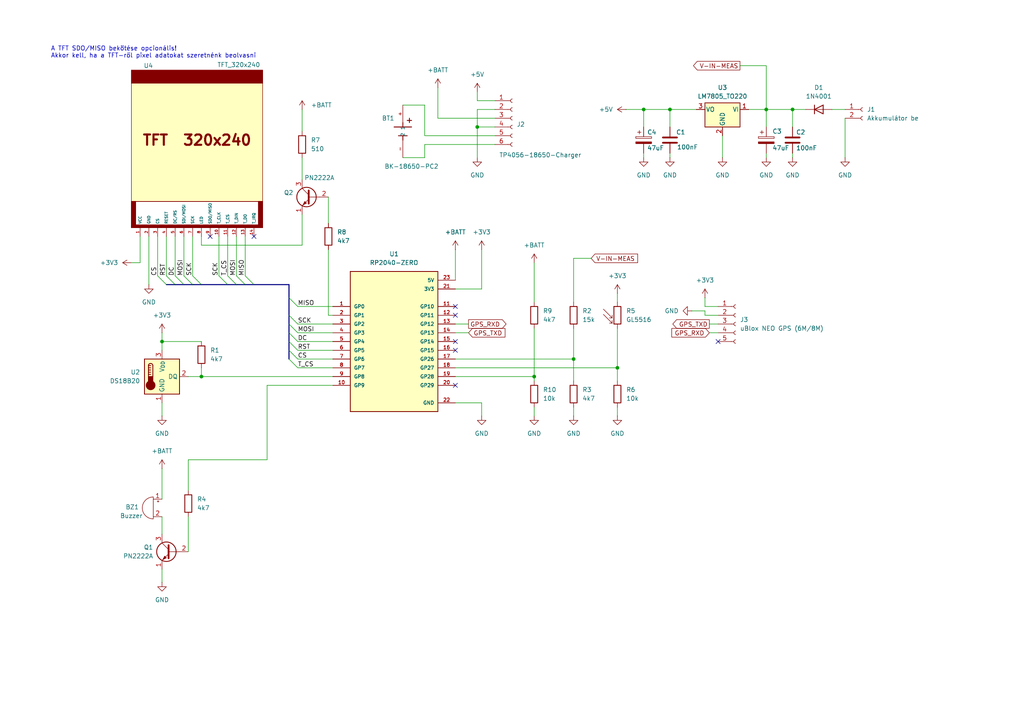
<source format=kicad_sch>
(kicad_sch (version 20250114) (generator "eeschema") (generator_version "9.0")
  (paper "A4")
  (title_block (title "Pico GPS Spedometer") (date "2025-08-16") (company "BT-Soft"))
  (lib_symbols
    (symbol "Connector:Conn_01x02_Socket" (pin_names (offset 1.016) (hide yes))
      (property "Reference" "J" (at 0 2.54 0))
      (property "Value" "Conn_01x02_Socket" (at 0 -5.08 0))
      (symbol "Conn_01x02_Socket_1_1"
        (polyline (pts (xy -1.27 0) (xy -0.508 0)) (stroke (width 0.1524)))
        (polyline (pts (xy -1.27 -2.54) (xy -0.508 -2.54)) (stroke (width 0.1524)))
        (arc (start 0 -0.508) (mid -0.5058 0) (end 0 0.508) (stroke (width 0.1524)))
        (arc (start 0 -3.048) (mid -0.5058 -2.54) (end 0 -2.032) (stroke (width 0.1524)))
        (pin passive line (at -5.08 0 0) (length 3.81) (name "Pin_1") (number "1"))
        (pin passive line (at -5.08 -2.54 0) (length 3.81) (name "Pin_2") (number "2"))
      )
    )
    (symbol "Connector:Conn_01x05_Socket" (pin_names (offset 1.016) (hide yes))
      (property "Reference" "J" (at 0 7.62 0))
      (property "Value" "Conn_01x05_Socket" (at 0 -7.62 0))
      (symbol "Conn_01x05_Socket_1_1"
        (polyline (pts (xy -1.27 5.08) (xy -0.508 5.08)) (stroke (width 0.1524)))
        (polyline (pts (xy -1.27 2.54) (xy -0.508 2.54)) (stroke (width 0.1524)))
        (polyline (pts (xy -1.27 0) (xy -0.508 0)) (stroke (width 0.1524)))
        (polyline (pts (xy -1.27 -2.54) (xy -0.508 -2.54)) (stroke (width 0.1524)))
        (polyline (pts (xy -1.27 -5.08) (xy -0.508 -5.08)) (stroke (width 0.1524)))
        (arc (start 0 4.572) (mid -0.5058 5.08) (end 0 5.588) (stroke (width 0.1524)))
        (arc (start 0 2.032) (mid -0.5058 2.54) (end 0 3.048) (stroke (width 0.1524)))
        (arc (start 0 -0.508) (mid -0.5058 0) (end 0 0.508) (stroke (width 0.1524)))
        (arc (start 0 -3.048) (mid -0.5058 -2.54) (end 0 -2.032) (stroke (width 0.1524)))
        (arc (start 0 -5.588) (mid -0.5058 -5.08) (end 0 -4.572) (stroke (width 0.1524)))
        (pin passive line (at -5.08 5.08 0) (length 3.81) (name "Pin_1") (number "1"))
        (pin passive line (at -5.08 2.54 0) (length 3.81) (name "Pin_2") (number "2"))
        (pin passive line (at -5.08 0 0) (length 3.81) (name "Pin_3") (number "3"))
        (pin passive line (at -5.08 -2.54 0) (length 3.81) (name "Pin_4") (number "4"))
        (pin passive line (at -5.08 -5.08 0) (length 3.81) (name "Pin_5") (number "5"))
      )
    )
    (symbol "Connector:Conn_01x06_Socket" (pin_names (offset 1.016) (hide yes))
      (property "Reference" "J" (at 0 7.62 0))
      (property "Value" "Conn_01x06_Socket" (at 0 -10.16 0))
      (symbol "Conn_01x06_Socket_1_1"
        (polyline (pts (xy -1.27 5.08) (xy -0.508 5.08)) (stroke (width 0.1524)))
        (polyline (pts (xy -1.27 2.54) (xy -0.508 2.54)) (stroke (width 0.1524)))
        (polyline (pts (xy -1.27 0) (xy -0.508 0)) (stroke (width 0.1524)))
        (polyline (pts (xy -1.27 -2.54) (xy -0.508 -2.54)) (stroke (width 0.1524)))
        (polyline (pts (xy -1.27 -5.08) (xy -0.508 -5.08)) (stroke (width 0.1524)))
        (polyline (pts (xy -1.27 -7.62) (xy -0.508 -7.62)) (stroke (width 0.1524)))
        (arc (start 0 4.572) (mid -0.5058 5.08) (end 0 5.588) (stroke (width 0.1524)))
        (arc (start 0 2.032) (mid -0.5058 2.54) (end 0 3.048) (stroke (width 0.1524)))
        (arc (start 0 -0.508) (mid -0.5058 0) (end 0 0.508) (stroke (width 0.1524)))
        (arc (start 0 -3.048) (mid -0.5058 -2.54) (end 0 -2.032) (stroke (width 0.1524)))
        (arc (start 0 -5.588) (mid -0.5058 -5.08) (end 0 -4.572) (stroke (width 0.1524)))
        (arc (start 0 -8.128) (mid -0.5058 -7.62) (end 0 -7.112) (stroke (width 0.1524)))
        (pin passive line (at -5.08 5.08 0) (length 3.81) (name "Pin_1") (number "1"))
        (pin passive line (at -5.08 2.54 0) (length 3.81) (name "Pin_2") (number "2"))
        (pin passive line (at -5.08 0 0) (length 3.81) (name "Pin_3") (number "3"))
        (pin passive line (at -5.08 -2.54 0) (length 3.81) (name "Pin_4") (number "4"))
        (pin passive line (at -5.08 -5.08 0) (length 3.81) (name "Pin_5") (number "5"))
        (pin passive line (at -5.08 -7.62 0) (length 3.81) (name "Pin_6") (number "6"))
      )
    )
    (symbol "Device:BK-18650-PC2" (pin_names (offset 1.016))
      (property "Reference" "BT" (at -3.81 3.81 0))
      (property "Value" "BK-18650-PC2" (at -3.81 -5.08 0))
      (symbol "BK-18650-PC2_0_0"
        (polyline (pts (xy -3.81 1.905) (xy -2.54 1.905)) (stroke (width 0.254)))
        (polyline (pts (xy -3.175 2.54) (xy -3.175 1.27)) (stroke (width 0.254)))
        (polyline (pts (xy -1.27 2.54) (xy -1.27 0)) (stroke (width 0.254)))
        (polyline (pts (xy -1.27 0) (xy -2.54 0)) (stroke (width 0.254)))
        (polyline (pts (xy -1.27 0) (xy -1.27 -2.54)) (stroke (width 0.254)))
        (polyline (pts (xy 1.27 1.27) (xy 1.27 0)) (stroke (width 0.254)))
        (polyline (pts (xy 1.27 0) (xy 1.27 -1.27)) (stroke (width 0.254)))
        (polyline (pts (xy 1.27 0) (xy 2.54 0)) (stroke (width 0.254)))
        (pin bidirectional line (at -7.62 0 0) (length 5.08) (name "1") (number "+"))
        (pin bidirectional line (at 7.62 0 180) (length 5.08) (name "2") (number "-"))
      )
    )
    (symbol "Device:Buzzer" (pin_names (offset 0.0254) (hide yes))
      (property "Reference" "BZ" (at 3.81 1.27 0))
      (property "Value" "Buzzer" (at 3.81 -1.27 0))
      (symbol "Buzzer_0_1"
        (polyline (pts (xy -1.651 1.905) (xy -1.143 1.905)))
        (polyline (pts (xy -1.397 2.159) (xy -1.397 1.651)))
        (arc (start 0 3.175) (mid 3.1612 0) (end 0 -3.175))
        (polyline (pts (xy 0 3.175) (xy 0 -3.175)))
      )
      (symbol "Buzzer_1_1"
        (pin passive line (at -2.54 2.54 0) (length 2.54) (name "+") (number "1"))
        (pin passive line (at -2.54 -2.54 0) (length 2.54) (name "-") (number "2"))
      )
    )
    (symbol "Device:C" (pin_numbers (hide yes)) (pin_names (offset 0.254))
      (property "Reference" "C" (at 0.635 2.54 0))
      (property "Value" "C" (at 0.635 -2.54 0))
      (symbol "C_0_1"
        (polyline (pts (xy -2.032 0.762) (xy 2.032 0.762)) (stroke (width 0.508)))
        (polyline (pts (xy -2.032 -0.762) (xy 2.032 -0.762)) (stroke (width 0.508)))
      )
      (symbol "C_1_1"
        (pin passive line (at 0 3.81 270) (length 2.794) (name "~") (number "1"))
        (pin passive line (at 0 -3.81 90) (length 2.794) (name "~") (number "2"))
      )
    )
    (symbol "Device:C_Polarized" (pin_numbers (hide yes)) (pin_names (offset 0.254))
      (property "Reference" "C" (at 0.635 2.54 0))
      (property "Value" "C_Polarized" (at 0.635 -2.54 0))
      (symbol "C_Polarized_0_1"
        (rectangle (start -2.286 0.508) (end 2.286 1.016))
        (polyline (pts (xy -1.778 2.286) (xy -0.762 2.286)))
        (polyline (pts (xy -1.27 2.794) (xy -1.27 1.778)))
        (rectangle (start 2.286 -0.508) (end -2.286 -1.016) (fill (type outline)))
      )
      (symbol "C_Polarized_1_1"
        (pin passive line (at 0 3.81 270) (length 2.794) (name "~") (number "1"))
        (pin passive line (at 0 -3.81 90) (length 2.794) (name "~") (number "2"))
      )
    )
    (symbol "Device:R" (pin_numbers (hide yes)) (pin_names (offset 0))
      (property "Reference" "R" (at 2.032 0 90))
      (property "Value" "R" (at 0 0 90))
      (symbol "R_0_1"
        (rectangle (start -1.016 -2.54) (end 1.016 2.54) (stroke (width 0.254)))
      )
      (symbol "R_1_1"
        (pin passive line (at 0 3.81 270) (length 1.27) (name "~") (number "1"))
        (pin passive line (at 0 -3.81 90) (length 1.27) (name "~") (number "2"))
      )
    )
    (symbol "Device:R_Photo" (pin_numbers (hide yes)) (pin_names (offset 0))
      (property "Reference" "R" (at 1.27 1.27 0))
      (property "Value" "R_Photo" (at 1.27 0 0))
      (symbol "R_Photo_0_1"
        (polyline (pts (xy -1.524 -0.762) (xy -4.064 1.778)))
        (polyline (pts (xy -1.524 -0.762) (xy -2.286 -0.762)))
        (polyline (pts (xy -1.524 -0.762) (xy -1.524 0)))
        (polyline (pts (xy -1.524 -2.286) (xy -4.064 0.254)))
        (polyline (pts (xy -1.524 -2.286) (xy -2.286 -2.286)))
        (polyline (pts (xy -1.524 -2.286) (xy -1.524 -1.524)))
        (rectangle (start -1.016 2.54) (end 1.016 -2.54) (stroke (width 0.254)))
      )
      (symbol "R_Photo_1_1"
        (pin passive line (at 0 3.81 270) (length 1.27) (name "~") (number "1"))
        (pin passive line (at 0 -3.81 90) (length 1.27) (name "~") (number "2"))
      )
    )
    (symbol "Diode:1N4001" (pin_numbers (hide yes)) (pin_names (hide yes))
      (property "Reference" "D" (at 0 2.54 0))
      (property "Value" "1N4001" (at 0 -2.54 0))
      (symbol "1N4001_0_1"
        (polyline (pts (xy -1.27 1.27) (xy -1.27 -1.27)) (stroke (width 0.254)))
        (polyline (pts (xy 1.27 1.27) (xy 1.27 -1.27) (xy -1.27 0) (xy 1.27 1.27)) (stroke (width 0.254)))
        (polyline (pts (xy 1.27 0) (xy -1.27 0)))
      )
      (symbol "1N4001_1_1"
        (pin passive line (at -3.81 0 0) (length 2.54) (name "K") (number "1"))
        (pin passive line (at 3.81 0 180) (length 2.54) (name "A") (number "2"))
      )
    )
    (symbol "Display_Graphic:TFT_320x240" (pin_names (offset 1.016))
      (property "Reference" "U?" (at 20.32 25.4001 0))
      (property "Value" "TFT_320x240" (at 20.32 22.8601 0))
      (property "Footprint" "z_Devices:TFT-320x240" (at 20.32 20.3201 0))
      (symbol "TFT_320x240_0_0"
        (text "TFT  320x240" (at 0 25.4 0) (effects (font (size 2.9972 2.9972) (bold yes))))
      )
      (symbol "TFT_320x240_0_1"
        (rectangle (start -19.05 41.91) (end 19.05 45.72) (fill (type outline)))
        (rectangle (start -19.05 41.91) (end 19.05 7.62) (fill (type background)))
        (rectangle (start -19.05 7.62) (end -17.78 0) (fill (type outline)))
        (rectangle (start -19.05 7.62) (end 19.05 0))
        (rectangle (start -19.05 0.8382) (end 19.05 0) (fill (type outline)))
        (rectangle (start 17.78 7.62) (end 19.05 0) (fill (type outline)))
      )
      (symbol "TFT_320x240_1_1"
        (pin power_in line (at -16.51 -2.54 90) (length 2.54) (name "VCC") (number "1"))
        (pin bidirectional line (at -13.97 -2.54 90) (length 2.54) (name "GND") (number "2"))
        (pin bidirectional line (at -11.43 -2.54 90) (length 2.54) (name "CS") (number "3"))
        (pin bidirectional line (at -8.89 -2.54 90) (length 2.54) (name "RESET") (number "4"))
        (pin bidirectional line (at -6.35 -2.54 90) (length 2.54) (name "DC/RS") (number "5"))
        (pin bidirectional line (at -3.81 -2.54 90) (length 2.54) (name "SDI/MOSI") (number "6"))
        (pin bidirectional line (at -1.27 -2.54 90) (length 2.54) (name "SCK") (number "7"))
        (pin passive line (at 1.27 -2.54 90) (length 2.54) (name "LED") (number "8"))
        (pin bidirectional line (at 3.81 -2.54 90) (length 2.54) (name "SDO/MISO") (number "9"))
        (pin bidirectional line (at 6.35 -2.54 90) (length 2.54) (name "T_CLK") (number "10"))
        (pin bidirectional line (at 8.89 -2.54 90) (length 2.54) (name "T_CS") (number "11"))
        (pin bidirectional line (at 11.43 -2.54 90) (length 2.54) (name "T_DIN") (number "12"))
        (pin bidirectional line (at 13.97 -2.54 90) (length 2.54) (name "T_DO") (number "13"))
        (pin bidirectional line (at 16.51 -2.54 90) (length 2.54) (name "T_IRQ") (number "14"))
      )
    )
    (symbol "MCU_Module:RP2040-ZERO" (pin_names (offset 1.016))
      (property "Reference" "U" (at -12.7 21.082 0))
      (property "Value" "RP2040-ZERO" (at -12.7 -22.86 0))
      (symbol "RP2040-ZERO_0_0"
        (rectangle (start -12.7 -20.32) (end 12.7 20.32) (stroke (width 0.254)) (fill (type background)))
        (pin bidirectional line (at -17.78 10.16 0) (length 5.08) (name "GP0") (number "1"))
        (pin bidirectional line (at -17.78 7.62 0) (length 5.08) (name "GP1") (number "2"))
        (pin bidirectional line (at -17.78 5.08 0) (length 5.08) (name "GP2") (number "3"))
        (pin bidirectional line (at -17.78 2.54 0) (length 5.08) (name "GP3") (number "4"))
        (pin bidirectional line (at -17.78 0 0) (length 5.08) (name "GP4") (number "5"))
        (pin bidirectional line (at -17.78 -2.54 0) (length 5.08) (name "GP5") (number "6"))
        (pin bidirectional line (at -17.78 -5.08 0) (length 5.08) (name "GP6") (number "7"))
        (pin bidirectional line (at -17.78 -7.62 0) (length 5.08) (name "GP7") (number "8"))
        (pin bidirectional line (at -17.78 -10.16 0) (length 5.08) (name "GP8") (number "9"))
        (pin bidirectional line (at -17.78 -12.7 0) (length 5.08) (name "GP9") (number "10"))
        (pin power_in line (at 17.78 17.78 180) (length 5.08) (name "5V") (number "23"))
        (pin power_in line (at 17.78 15.24 180) (length 5.08) (name "3V3") (number "21"))
        (pin bidirectional line (at 17.78 10.16 180) (length 5.08) (name "GP10") (number "11"))
        (pin bidirectional line (at 17.78 7.62 180) (length 5.08) (name "GP11") (number "12"))
        (pin bidirectional line (at 17.78 5.08 180) (length 5.08) (name "GP12") (number "13"))
        (pin bidirectional line (at 17.78 2.54 180) (length 5.08) (name "GP13") (number "14"))
        (pin bidirectional line (at 17.78 0 180) (length 5.08) (name "GP14") (number "15"))
        (pin bidirectional line (at 17.78 -2.54 180) (length 5.08) (name "GP15") (number "16"))
        (pin bidirectional line (at 17.78 -5.08 180) (length 5.08) (name "GP26") (number "17"))
        (pin bidirectional line (at 17.78 -7.62 180) (length 5.08) (name "GP27") (number "18"))
        (pin bidirectional line (at 17.78 -10.16 180) (length 5.08) (name "GP28") (number "19"))
        (pin bidirectional line (at 17.78 -12.7 180) (length 5.08) (name "GP29") (number "20"))
        (pin power_in line (at 17.78 -17.78 180) (length 5.08) (name "GND") (number "22"))
      )
    )
    (symbol "Regulator_Linear:LM7805_TO220" (pin_names (offset 0.254))
      (property "Reference" "U" (at -3.81 3.175 0))
      (property "Value" "LM7805_TO220" (at 0 3.175 0))
      (symbol "LM7805_TO220_0_1"
        (rectangle (start -5.08 1.905) (end 5.08 -5.08) (stroke (width 0.254)) (fill (type background)))
      )
      (symbol "LM7805_TO220_1_1"
        (pin power_in line (at -7.62 0 0) (length 2.54) (name "VI") (number "1"))
        (pin power_in line (at 0 -7.62 90) (length 2.54) (name "GND") (number "2"))
        (pin power_out line (at 7.62 0 180) (length 2.54) (name "VO") (number "3"))
      )
    )
    (symbol "Sensor_Temperature:DS18B20"
      (property "Reference" "U" (at -3.81 6.35 0))
      (property "Value" "DS18B20" (at 6.35 6.35 0))
      (symbol "DS18B20_0_1"
        (rectangle (start -5.08 5.08) (end 5.08 -5.08) (stroke (width 0.254)) (fill (type background)))
        (polyline (pts (xy -3.937 3.175) (xy -3.937 0)) (stroke (width 0.254)))
        (polyline (pts (xy -3.937 3.175) (xy -3.302 3.175)) (stroke (width 0.254)))
        (polyline (pts (xy -3.937 2.54) (xy -3.302 2.54)) (stroke (width 0.254)))
        (polyline (pts (xy -3.937 1.905) (xy -3.302 1.905)) (stroke (width 0.254)))
        (polyline (pts (xy -3.937 1.27) (xy -3.302 1.27)) (stroke (width 0.254)))
        (polyline (pts (xy -3.937 0.635) (xy -3.302 0.635)) (stroke (width 0.254)))
        (arc (start -3.937 3.175) (mid -3.302 3.8073) (end -2.667 3.175) (stroke (width 0.254)))
        (circle (center -3.302 -2.54) (radius 1.27) (stroke (width 0.254)) (fill (type outline)))
        (polyline (pts (xy -2.667 3.175) (xy -2.667 0)) (stroke (width 0.254)))
        (rectangle (start -2.667 -1.905) (end -3.937 0) (stroke (width 0.254)) (fill (type outline)))
      )
      (symbol "DS18B20_1_1"
        (pin power_in line (at 0 7.62 270) (length 2.54) (name "V_{DD}") (number "3"))
        (pin power_in line (at 0 -7.62 90) (length 2.54) (name "GND") (number "1"))
        (pin bidirectional line (at 7.62 0 180) (length 2.54) (name "DQ") (number "2"))
      )
    )
    (symbol "Transistor_BJT:PN2222A" (pin_names (offset 0) (hide yes))
      (property "Reference" "Q" (at 5.08 1.905 0))
      (property "Value" "PN2222A" (at 5.08 0 0))
      (symbol "PN2222A_0_1"
        (polyline (pts (xy -2.54 0) (xy 0.635 0)))
        (polyline (pts (xy 0.635 1.905) (xy 0.635 -1.905)) (stroke (width 0.508)))
        (circle (center 1.27 0) (radius 2.8194) (stroke (width 0.254)))
      )
      (symbol "PN2222A_1_1"
        (polyline (pts (xy 0.635 0.635) (xy 2.54 2.54)))
        (polyline (pts (xy 0.635 -0.635) (xy 2.54 -2.54)))
        (polyline (pts (xy 1.27 -1.778) (xy 1.778 -1.27) (xy 2.286 -2.286) (xy 1.27 -1.778)) (fill (type outline)))
        (pin input line (at -5.08 0 0) (length 2.54) (name "B") (number "2"))
        (pin passive line (at 2.54 5.08 270) (length 2.54) (name "C") (number "3"))
        (pin passive line (at 2.54 -5.08 90) (length 2.54) (name "E") (number "1"))
      )
    )
    (symbol "power:+3V3" (power) (pin_numbers (hide yes)) (pin_names (offset 0) (hide yes))
      (property "Value" "+3V3" (at 0 3.556 0))
      (symbol "+3V3_0_1"
        (polyline (pts (xy -0.762 1.27) (xy 0 2.54)))
        (polyline (pts (xy 0 2.54) (xy 0.762 1.27)))
        (polyline (pts (xy 0 0) (xy 0 2.54)))
      )
      (symbol "+3V3_1_1"
        (pin power_in line (at 0 0 90) (length 0) (name "~") (number "1"))
      )
    )
    (symbol "power:+5V" (power) (pin_numbers (hide yes)) (pin_names (offset 0) (hide yes))
      (property "Value" "+5V" (at 0 3.556 0))
      (symbol "+5V_0_1"
        (polyline (pts (xy -0.762 1.27) (xy 0 2.54)))
        (polyline (pts (xy 0 2.54) (xy 0.762 1.27)))
        (polyline (pts (xy 0 0) (xy 0 2.54)))
      )
      (symbol "+5V_1_1"
        (pin power_in line (at 0 0 90) (length 0) (name "~") (number "1"))
      )
    )
    (symbol "power:GND" (power) (pin_numbers (hide yes)) (pin_names (offset 0) (hide yes))
      (property "Value" "GND" (at 0 -3.81 0))
      (symbol "GND_0_1"
        (polyline (pts (xy 0 0) (xy 0 -1.27) (xy 1.27 -1.27) (xy 0 -2.54) (xy -1.27 -1.27) (xy 0 -1.27)))
      )
      (symbol "GND_1_1"
        (pin power_in line (at 0 0 270) (length 0) (name "~") (number "1"))
      )
    )
  )
  (text "A TFT SDO/MISO bekötése opcionális!\nAkkor kell, ha a TFT-ről pixel adatokat szeretnénk beolvasni" (at 14.732 15.24 0) (effects (font (size 1.27 1.27) (thickness 0.1588)) (justify left)))
  (junction (at 222.25 31.75))
  (junction (at 154.94 109.22))
  (junction (at 194.31 31.75))
  (junction (at 138.43 36.83))
  (junction (at 179.07 106.68))
  (junction (at 186.69 31.75))
  (junction (at 58.42 109.22))
  (junction (at 229.87 31.75))
  (junction (at 166.37 104.14))
  (junction (at 46.99 99.06))
  (no_connect (at 132.08 99.06))
  (no_connect (at 73.66 68.58))
  (no_connect (at 132.08 111.76))
  (no_connect (at 60.96 68.58))
  (no_connect (at 132.08 88.9))
  (no_connect (at 132.08 91.44))
  (no_connect (at 208.28 99.06))
  (no_connect (at 132.08 101.6))
  (bus_entry (at 53.34 80.01) (size 2.54 2.54))
  (bus_entry (at 66.04 80.01) (size 2.54 2.54))
  (bus_entry (at 50.8 80.01) (size 2.54 2.54))
  (bus_entry (at 83.82 93.98) (size 2.54 2.54))
  (bus_entry (at 55.88 80.01) (size 2.54 2.54))
  (bus_entry (at 45.72 80.01) (size 2.54 2.54))
  (bus_entry (at 83.82 96.52) (size 2.54 2.54))
  (bus_entry (at 83.82 86.36) (size 2.54 2.54))
  (bus_entry (at 83.82 99.06) (size 2.54 2.54))
  (bus_entry (at 83.82 104.14) (size 2.54 2.54))
  (bus_entry (at 63.5 80.01) (size 2.54 2.54))
  (bus_entry (at 71.12 80.01) (size 2.54 2.54))
  (bus_entry (at 48.26 80.01) (size 2.54 2.54))
  (bus_entry (at 68.58 80.01) (size 2.54 2.54))
  (bus_entry (at 83.82 91.44) (size 2.54 2.54))
  (bus_entry (at 83.82 101.6) (size 2.54 2.54))
  (wire (pts (xy 171.45 74.93) (xy 166.37 74.93)))
  (wire (pts (xy 139.7 72.39) (xy 139.7 83.82)))
  (wire (pts (xy 43.18 68.58) (xy 43.18 82.55)))
  (wire (pts (xy 222.25 31.75) (xy 229.87 31.75)))
  (wire (pts (xy 45.72 68.58) (xy 45.72 80.01)))
  (wire (pts (xy 166.37 104.14) (xy 166.37 110.49)))
  (wire (pts (xy 123.19 41.91) (xy 143.51 41.91)))
  (wire (pts (xy 194.31 31.75) (xy 194.31 36.83)))
  (bus (pts (xy 58.42 82.55) (xy 66.04 82.55)))
  (bus (pts (xy 55.88 82.55) (xy 58.42 82.55)))
  (wire (pts (xy 46.99 99.06) (xy 58.42 99.06)))
  (wire (pts (xy 123.19 45.72) (xy 123.19 41.91)))
  (wire (pts (xy 154.94 110.49) (xy 154.94 109.22)))
  (wire (pts (xy 138.43 36.83) (xy 143.51 36.83)))
  (wire (pts (xy 154.94 118.11) (xy 154.94 120.65)))
  (bus (pts (xy 83.82 93.98) (xy 83.82 91.44)))
  (wire (pts (xy 222.25 44.45) (xy 222.25 45.72)))
  (wire (pts (xy 86.36 96.52) (xy 96.52 96.52)))
  (wire (pts (xy 77.47 111.76) (xy 77.47 133.35)))
  (wire (pts (xy 179.07 106.68) (xy 179.07 110.49)))
  (wire (pts (xy 68.58 68.58) (xy 68.58 80.01)))
  (bus (pts (xy 71.12 82.55) (xy 73.66 82.55)))
  (wire (pts (xy 55.88 68.58) (xy 55.88 80.01)))
  (wire (pts (xy 95.25 91.44) (xy 95.25 72.39)))
  (wire (pts (xy 245.11 34.29) (xy 245.11 45.72)))
  (wire (pts (xy 123.19 39.37) (xy 123.19 30.48)))
  (wire (pts (xy 50.8 68.58) (xy 50.8 80.01)))
  (bus (pts (xy 83.82 86.36) (xy 83.82 91.44)))
  (bus (pts (xy 83.82 101.6) (xy 83.82 99.06)))
  (wire (pts (xy 46.99 96.52) (xy 46.99 99.06)))
  (wire (pts (xy 66.04 68.58) (xy 66.04 80.01)))
  (wire (pts (xy 143.51 31.75) (xy 138.43 31.75)))
  (wire (pts (xy 58.42 106.68) (xy 58.42 109.22)))
  (wire (pts (xy 96.52 91.44) (xy 95.25 91.44)))
  (wire (pts (xy 166.37 95.25) (xy 166.37 104.14)))
  (wire (pts (xy 54.61 133.35) (xy 54.61 142.24)))
  (wire (pts (xy 87.63 45.72) (xy 87.63 52.07)))
  (wire (pts (xy 143.51 29.21) (xy 138.43 29.21)))
  (wire (pts (xy 132.08 93.98) (xy 135.89 93.98)))
  (wire (pts (xy 87.63 62.23) (xy 87.63 71.12)))
  (wire (pts (xy 86.36 104.14) (xy 96.52 104.14)))
  (wire (pts (xy 179.07 85.09) (xy 179.07 87.63)))
  (wire (pts (xy 46.99 99.06) (xy 46.99 101.6)))
  (wire (pts (xy 46.99 135.89) (xy 46.99 144.78)))
  (bus (pts (xy 83.82 86.36) (xy 83.82 82.55)))
  (bus (pts (xy 83.82 96.52) (xy 83.82 93.98)))
  (wire (pts (xy 40.64 76.2) (xy 40.64 68.58)))
  (wire (pts (xy 87.63 31.75) (xy 87.63 38.1)))
  (bus (pts (xy 83.82 99.06) (xy 83.82 96.52)))
  (bus (pts (xy 68.58 82.55) (xy 71.12 82.55)))
  (wire (pts (xy 138.43 29.21) (xy 138.43 26.67)))
  (wire (pts (xy 204.47 90.17) (xy 204.47 91.44)))
  (wire (pts (xy 95.25 57.15) (xy 95.25 64.77)))
  (wire (pts (xy 132.08 104.14) (xy 166.37 104.14)))
  (wire (pts (xy 154.94 95.25) (xy 154.94 109.22)))
  (wire (pts (xy 143.51 34.29) (xy 127 34.29)))
  (wire (pts (xy 77.47 111.76) (xy 96.52 111.76)))
  (wire (pts (xy 204.47 88.9) (xy 204.47 86.36)))
  (wire (pts (xy 217.17 31.75) (xy 222.25 31.75)))
  (wire (pts (xy 138.43 36.83) (xy 138.43 45.72)))
  (bus (pts (xy 53.34 82.55) (xy 55.88 82.55)))
  (wire (pts (xy 132.08 96.52) (xy 135.89 96.52)))
  (wire (pts (xy 200.66 90.17) (xy 204.47 90.17)))
  (wire (pts (xy 46.99 116.84) (xy 46.99 120.65)))
  (wire (pts (xy 179.07 95.25) (xy 179.07 106.68)))
  (wire (pts (xy 53.34 68.58) (xy 53.34 80.01)))
  (wire (pts (xy 86.36 88.9) (xy 96.52 88.9)))
  (wire (pts (xy 139.7 83.82) (xy 132.08 83.82)))
  (wire (pts (xy 87.63 71.12) (xy 58.42 71.12)))
  (wire (pts (xy 194.31 31.75) (xy 186.69 31.75)))
  (wire (pts (xy 181.61 31.75) (xy 186.69 31.75)))
  (wire (pts (xy 139.7 116.84) (xy 132.08 116.84)))
  (wire (pts (xy 48.26 68.58) (xy 48.26 80.01)))
  (wire (pts (xy 209.55 39.37) (xy 209.55 45.72)))
  (wire (pts (xy 123.19 30.48) (xy 116.84 30.48)))
  (bus (pts (xy 73.66 82.55) (xy 83.82 82.55)))
  (wire (pts (xy 54.61 133.35) (xy 77.47 133.35)))
  (wire (pts (xy 143.51 39.37) (xy 123.19 39.37)))
  (wire (pts (xy 222.25 19.05) (xy 222.25 31.75)))
  (bus (pts (xy 66.04 82.55) (xy 68.58 82.55)))
  (wire (pts (xy 86.36 101.6) (xy 96.52 101.6)))
  (wire (pts (xy 166.37 74.93) (xy 166.37 87.63)))
  (wire (pts (xy 116.84 45.72) (xy 123.19 45.72)))
  (bus (pts (xy 83.82 101.6) (xy 83.82 104.14)))
  (wire (pts (xy 204.47 91.44) (xy 208.28 91.44)))
  (wire (pts (xy 58.42 68.58) (xy 58.42 71.12)))
  (wire (pts (xy 132.08 106.68) (xy 179.07 106.68)))
  (wire (pts (xy 86.36 106.68) (xy 96.52 106.68)))
  (wire (pts (xy 54.61 149.86) (xy 54.61 160.02)))
  (wire (pts (xy 38.1 76.2) (xy 40.64 76.2)))
  (wire (pts (xy 229.87 44.45) (xy 229.87 45.72)))
  (wire (pts (xy 63.5 68.58) (xy 63.5 80.01)))
  (wire (pts (xy 179.07 118.11) (xy 179.07 120.65)))
  (wire (pts (xy 58.42 109.22) (xy 96.52 109.22)))
  (wire (pts (xy 229.87 31.75) (xy 229.87 36.83)))
  (wire (pts (xy 222.25 31.75) (xy 222.25 36.83)))
  (bus (pts (xy 48.26 82.55) (xy 50.8 82.55)))
  (bus (pts (xy 50.8 82.55) (xy 53.34 82.55)))
  (wire (pts (xy 194.31 44.45) (xy 194.31 45.72)))
  (wire (pts (xy 138.43 31.75) (xy 138.43 36.83)))
  (wire (pts (xy 71.12 68.58) (xy 71.12 80.01)))
  (wire (pts (xy 208.28 88.9) (xy 204.47 88.9)))
  (wire (pts (xy 154.94 76.2) (xy 154.94 87.63)))
  (wire (pts (xy 54.61 109.22) (xy 58.42 109.22)))
  (wire (pts (xy 166.37 118.11) (xy 166.37 120.65)))
  (wire (pts (xy 86.36 99.06) (xy 96.52 99.06)))
  (wire (pts (xy 214.63 19.05) (xy 222.25 19.05)))
  (wire (pts (xy 201.93 31.75) (xy 194.31 31.75)))
  (wire (pts (xy 46.99 149.86) (xy 46.99 154.94)))
  (wire (pts (xy 132.08 109.22) (xy 154.94 109.22)))
  (wire (pts (xy 205.74 93.98) (xy 208.28 93.98)))
  (wire (pts (xy 241.3 31.75) (xy 245.11 31.75)))
  (wire (pts (xy 186.69 44.45) (xy 186.69 45.72)))
  (wire (pts (xy 127 34.29) (xy 127 25.4)))
  (wire (pts (xy 86.36 93.98) (xy 96.52 93.98)))
  (wire (pts (xy 205.74 96.52) (xy 208.28 96.52)))
  (wire (pts (xy 139.7 120.65) (xy 139.7 116.84)))
  (wire (pts (xy 229.87 31.75) (xy 233.68 31.75)))
  (wire (pts (xy 186.69 31.75) (xy 186.69 36.83)))
  (wire (pts (xy 132.08 72.39) (xy 132.08 81.28)))
  (wire (pts (xy 46.99 165.1) (xy 46.99 168.91)))
  (label "SCK" (at 63.5 80.01 90))
  (label "T_CS" (at 86.36 106.68 0))
  (label "SCK" (at 55.88 80.01 90))
  (label "MISO" (at 86.36 88.9 0))
  (label "MOSI" (at 68.58 80.01 90))
  (label "DC" (at 86.36 99.06 0))
  (label "CS" (at 86.36 104.14 0))
  (label "MOSI" (at 53.34 80.01 90))
  (label "T_CS" (at 66.04 80.01 90))
  (label "MOSI" (at 86.36 96.52 0))
  (label "RST" (at 86.36 101.6 0))
  (label "DC" (at 50.8 80.01 90))
  (label "RST" (at 48.26 80.01 90))
  (label "SCK" (at 86.36 93.98 0))
  (label "MISO" (at 71.12 80.01 90))
  (label "CS" (at 45.72 80.01 90))
  (global_label "GPS_TXD" (shape input) (at 135.89 96.52 0) (property "Intersheetrefs" "${INTERSHEET_REFS}" (effects (hide yes))))
  (global_label "V-IN-MEAS" (shape output) (at 214.63 19.05 180) (property "Intersheetrefs" "${INTERSHEET_REFS}" (effects (hide yes))))
  (global_label "V-IN-MEAS" (shape input) (at 171.45 74.93 0) (property "Intersheetrefs" "${INTERSHEET_REFS}" (effects (hide yes))))
  (global_label "GPS_RXD" (shape input) (at 205.74 96.52 180) (property "Intersheetrefs" "${INTERSHEET_REFS}" (effects (hide yes))))
  (global_label "GPS_TXD" (shape output) (at 205.74 93.98 180) (property "Intersheetrefs" "${INTERSHEET_REFS}" (effects (hide yes))))
  (global_label "GPS_RXD" (shape output) (at 135.89 93.98 0) (property "Intersheetrefs" "${INTERSHEET_REFS}" (effects (hide yes))))
  (symbol (lib_id "power:GND") (at 186.69 45.72 0) (unit 1)
    (property "Reference" "#PWR011" (effects (hide yes)))
    (property "Value" "GND" (at 186.69 50.8 0))
    (property "Description" "Power symbol creates a global label with name \"GND\" , ground" (effects (hide yes)))
  )
  (symbol (lib_id "power:GND") (at 46.99 168.91 0) (unit 1)
    (property "Reference" "#PWR016" (effects (hide yes)))
    (property "Value" "GND" (at 46.99 173.99 0))
    (property "Description" "Power symbol creates a global label with name \"GND\" , ground" (effects (hide yes)))
  )
  (symbol (lib_id "power:+3V3") (at 179.07 85.09 0) (unit 1)
    (property "Reference" "#PWR024" (effects (hide yes)))
    (property "Value" "+3V3" (at 179.07 80.01 0))
    (property "Description" "Power symbol creates a global label with name \"+3V3\"" (effects (hide yes)))
  )
  (symbol (lib_id "Device:C_Polarized") (at 186.69 40.64 0) (unit 1)
    (property "Reference" "C4" (at 187.706 38.354 0) (effects (justify left)))
    (property "Value" "47uF" (at 187.706 42.926 0) (effects (justify left)))
    (property "Footprint" "Capacitor_THT:CP_Radial_D7.5mm_P2.50mm" (effects (hide yes)))
    (property "Description" "Polarized capacitor" (effects (hide yes)))
  )
  (symbol (lib_id "Device:R") (at 58.42 102.87 0) (unit 1)
    (property "Reference" "R1" (at 60.96 101.5999 0) (effects (justify left)))
    (property "Value" "4k7" (at 60.96 104.1399 0) (effects (justify left)))
    (property "Footprint" "Resistor_THT:R_Axial_DIN0204_L3.6mm_D1.6mm_P7.62mm_Horizontal" (effects (hide yes)))
    (property "Description" "Resistor" (effects (hide yes)))
  )
  (symbol (lib_id "power:GND") (at 166.37 120.65 0) (unit 1)
    (property "Reference" "#PWR015" (effects (hide yes)))
    (property "Value" "GND" (at 166.37 125.73 0))
    (property "Description" "Power symbol creates a global label with name \"GND\" , ground" (effects (hide yes)))
  )
  (symbol (lib_id "Device:Buzzer") (at 44.45 147.32 0) (mirror y) (unit 1)
    (property "Reference" "BZ1" (at 38.354 147.066 0))
    (property "Value" "Buzzer" (at 38.1 149.606 0))
    (property "Footprint" "Buzzer_Beeper:Buzzer_12x9.5RM7.6" (effects (hide yes)))
    (property "Description" "Buzzer, polarized" (effects (hide yes)))
  )
  (symbol (lib_id "Transistor_BJT:PN2222A") (at 49.53 160.02 0) (mirror y) (unit 1)
    (property "Reference" "Q1" (at 44.45 158.7499 0) (effects (justify left)))
    (property "Value" "PN2222A" (at 44.45 161.2899 0) (effects (justify left)))
    (property "Footprint" "Package_TO_SOT_THT:TO-92_Inline" (effects (hide yes)))
    (property "Datasheet" "https://www.onsemi.com/pub/Collateral/PN2222-D.PDF" (effects (hide yes)))
    (property "Description" "1A Ic, 40V Vce, NPN Transistor, General Purpose Transistor, TO-92" (effects (hide yes)))
  )
  (symbol (lib_id "power:GND") (at 245.11 45.72 0) (unit 1)
    (property "Reference" "#PWR012" (effects (hide yes)))
    (property "Value" "GND" (at 245.11 50.8 0))
    (property "Description" "Power symbol creates a global label with name \"GND\" , ground" (effects (hide yes)))
  )
  (symbol (lib_id "power:GND") (at 222.25 45.72 0) (unit 1)
    (property "Reference" "#PWR08" (effects (hide yes)))
    (property "Value" "GND" (at 222.25 50.8 0))
    (property "Description" "Power symbol creates a global label with name \"GND\" , ground" (effects (hide yes)))
  )
  (symbol (lib_id "power:+5V") (at 87.63 31.75 0) (unit 1)
    (property "Reference" "#PWR025" (effects (hide yes)))
    (property "Value" "+BATT" (at 90.17 30.4799 0) (effects (justify left)))
    (property "Description" "Power symbol creates a global label with name \"+5V\"" (effects (hide yes)))
  )
  (symbol (lib_id "Device:R") (at 95.25 68.58 0) (unit 1)
    (property "Reference" "R8" (at 97.79 67.3099 0) (effects (justify left)))
    (property "Value" "4k7" (at 97.79 69.8499 0) (effects (justify left)))
    (property "Footprint" "Resistor_THT:R_Axial_DIN0204_L3.6mm_D1.6mm_P7.62mm_Horizontal" (effects (hide yes)))
    (property "Description" "Resistor" (effects (hide yes)))
  )
  (symbol (lib_id "power:+5V") (at 154.94 76.2 0) (unit 1)
    (property "Reference" "#PWR027" (effects (hide yes)))
    (property "Value" "+BATT" (at 154.94 71.12 0))
    (property "Description" "Power symbol creates a global label with name \"+5V\"" (effects (hide yes)))
  )
  (symbol (lib_id "power:GND") (at 200.66 90.17 270) (unit 1)
    (property "Reference" "#PWR022" (effects (hide yes)))
    (property "Value" "GND" (at 196.85 90.1699 90) (effects (justify right)))
    (property "Description" "Power symbol creates a global label with name \"GND\" , ground" (effects (hide yes)))
  )
  (symbol (lib_id "power:+5V") (at 181.61 31.75 90) (unit 1)
    (property "Reference" "#PWR014" (effects (hide yes)))
    (property "Value" "+5V" (at 177.8 31.7499 90) (effects (justify left)))
    (property "Description" "Power symbol creates a global label with name \"+5V\"" (effects (hide yes)))
  )
  (symbol (lib_id "power:GND") (at 194.31 45.72 0) (unit 1)
    (property "Reference" "#PWR010" (effects (hide yes)))
    (property "Value" "GND" (at 194.31 50.8 0))
    (property "Description" "Power symbol creates a global label with name \"GND\" , ground" (effects (hide yes)))
  )
  (symbol (lib_id "power:GND") (at 138.43 45.72 0) (unit 1)
    (property "Reference" "#PWR018" (effects (hide yes)))
    (property "Value" "GND" (at 138.43 50.8 0))
    (property "Description" "Power symbol creates a global label with name \"GND\" , ground" (effects (hide yes)))
  )
  (symbol (lib_id "Device:R") (at 87.63 41.91 0) (unit 1)
    (property "Reference" "R7" (at 90.17 40.6399 0) (effects (justify left)))
    (property "Value" "510" (at 90.17 43.1799 0) (effects (justify left)))
    (property "Footprint" "Resistor_THT:R_Axial_DIN0204_L3.6mm_D1.6mm_P7.62mm_Horizontal" (effects (hide yes)))
    (property "Description" "Resistor" (effects (hide yes)))
  )
  (symbol (lib_id "Device:R") (at 54.61 146.05 0) (unit 1)
    (property "Reference" "R4" (at 57.15 144.7799 0) (effects (justify left)))
    (property "Value" "4k7" (at 57.15 147.3199 0) (effects (justify left)))
    (property "Footprint" "Resistor_THT:R_Axial_DIN0204_L3.6mm_D1.6mm_P7.62mm_Horizontal" (effects (hide yes)))
    (property "Description" "Resistor" (effects (hide yes)))
  )
  (symbol (lib_id "power:GND") (at 229.87 45.72 0) (unit 1)
    (property "Reference" "#PWR09" (effects (hide yes)))
    (property "Value" "GND" (at 229.87 50.8 0))
    (property "Description" "Power symbol creates a global label with name \"GND\" , ground" (effects (hide yes)))
  )
  (symbol (lib_id "Device:R") (at 154.94 91.44 0) (unit 1)
    (property "Reference" "R9" (at 157.48 90.1699 0) (effects (justify left)))
    (property "Value" "4k7" (at 157.48 92.7099 0) (effects (justify left)))
    (property "Footprint" "Resistor_THT:R_Axial_DIN0207_L6.3mm_D2.5mm_P10.16mm_Horizontal" (effects (hide yes)))
    (property "Description" "Resistor" (effects (hide yes)))
  )
  (symbol (lib_id "power:GND") (at 154.94 120.65 0) (unit 1)
    (property "Reference" "#PWR026" (effects (hide yes)))
    (property "Value" "GND" (at 154.94 125.73 0))
    (property "Description" "Power symbol creates a global label with name \"GND\" , ground" (effects (hide yes)))
  )
  (symbol (lib_id "Device:C") (at 194.31 40.64 0) (unit 1)
    (property "Reference" "C1" (at 196.088 38.354 0) (effects (justify left)))
    (property "Value" "100nF" (at 196.342 42.672 0) (effects (justify left)))
    (property "Footprint" "Capacitor_THT:C_Disc_D5.0mm_W2.5mm_P2.50mm" (effects (hide yes)))
    (property "Description" "Unpolarized capacitor" (effects (hide yes)))
  )
  (symbol (lib_id "Sensor_Temperature:DS18B20") (at 46.99 109.22 0) (unit 1)
    (property "Reference" "U2" (at 40.64 107.9499 0) (effects (justify right)))
    (property "Value" "DS18B20" (at 40.64 110.4899 0) (effects (justify right)))
    (property "Footprint" "Connector_PinHeader_2.54mm:PinHeader_1x03_P2.54mm_Vertical" (effects (hide yes)))
    (property "Datasheet" "http://datasheets.maximintegrated.com/en/ds/DS18B20.pdf" (effects (hide yes)))
    (property "Description" "Programmable Resolution 1-Wire Digital Thermometer TO-92" (effects (hide yes)))
  )
  (symbol (lib_id "Device:R") (at 166.37 91.44 0) (unit 1)
    (property "Reference" "R2" (at 168.91 90.1699 0) (effects (justify left)))
    (property "Value" "15k" (at 168.91 92.7099 0) (effects (justify left)))
    (property "Footprint" "Resistor_THT:R_Axial_DIN0204_L3.6mm_D1.6mm_P7.62mm_Horizontal" (effects (hide yes)))
    (property "Description" "Resistor" (effects (hide yes)))
  )
  (symbol (lib_id "power:GND") (at 46.99 120.65 0) (unit 1)
    (property "Reference" "#PWR05" (effects (hide yes)))
    (property "Value" "GND" (at 46.99 125.73 0))
    (property "Description" "Power symbol creates a global label with name \"GND\" , ground" (effects (hide yes)))
  )
  (symbol (lib_id "Display_Graphic:TFT_320x240") (at 57.15 66.04 0) (unit 1)
    (property "Reference" "U4" (at 41.656 19.05 0) (effects (justify left)))
    (property "Value" "TFT_320x240" (at 62.992 18.796 0) (effects (justify left)))
    (property "Footprint" "Connector_PinSocket_2.54mm:PinSocket_1x14_P2.54mm_Vertical" (effects (hide yes)))
  )
  (symbol (lib_id "Connector:Conn_01x06_Socket") (at 148.59 34.29 0) (unit 1)
    (property "Reference" "J2" (at 149.86 36.068 0) (effects (justify left)))
    (property "Value" "TP4056-18650-Charger" (at 144.78 44.958 0) (effects (justify left)))
    (property "Footprint" "Battery:TP4056-18650" (effects (hide yes)))
    (property "Description" "Generic connector, single row, 01x06, script generated" (effects (hide yes)))
  )
  (symbol (lib_id "Device:R") (at 154.94 114.3 0) (unit 1)
    (property "Reference" "R10" (at 157.48 113.0299 0) (effects (justify left)))
    (property "Value" "10k" (at 157.48 115.5699 0) (effects (justify left)))
    (property "Footprint" "Resistor_THT:R_Axial_DIN0204_L3.6mm_D1.6mm_P7.62mm_Horizontal" (effects (hide yes)))
    (property "Description" "Resistor" (effects (hide yes)))
  )
  (symbol (lib_id "power:+3V3") (at 46.99 96.52 0) (unit 1)
    (property "Reference" "#PWR06" (effects (hide yes)))
    (property "Value" "+3V3" (at 46.99 91.44 0))
    (property "Description" "Power symbol creates a global label with name \"+3V3\"" (effects (hide yes)))
  )
  (symbol (lib_id "Diode:1N4001") (at 237.49 31.75 0) (unit 1)
    (property "Reference" "D1" (at 237.49 25.4 0))
    (property "Value" "1N4001" (at 237.49 27.94 0))
    (property "Footprint" "Diode_THT:D_DO-41_SOD81_P10.16mm_Horizontal" (effects (hide yes)))
    (property "Datasheet" "http://www.vishay.com/docs/88503/1n4001.pdf" (effects (hide yes)))
    (property "Description" "50V 1A General Purpose Rectifier Diode, DO-41" (effects (hide yes)))
    (property "Sim.Device" "D" (effects (hide yes)))
    (property "Sim.Pins" "1=K 2=A" (effects (hide yes)))
  )
  (symbol (lib_id "power:GND") (at 139.7 120.65 0) (unit 1)
    (property "Reference" "#PWR03" (effects (hide yes)))
    (property "Value" "GND" (at 139.7 125.73 0))
    (property "Description" "Power symbol creates a global label with name \"GND\" , ground" (effects (hide yes)))
  )
  (symbol (lib_id "power:GND") (at 179.07 120.65 0) (unit 1)
    (property "Reference" "#PWR023" (effects (hide yes)))
    (property "Value" "GND" (at 179.07 125.73 0))
    (property "Description" "Power symbol creates a global label with name \"GND\" , ground" (effects (hide yes)))
  )
  (symbol (lib_id "Device:C_Polarized") (at 222.25 40.64 0) (unit 1)
    (property "Reference" "C3" (at 224.028 38.1 0) (effects (justify left)))
    (property "Value" "47uF" (at 224.028 42.926 0) (effects (justify left)))
    (property "Footprint" "Capacitor_THT:CP_Radial_D7.5mm_P2.50mm" (effects (hide yes)))
    (property "Description" "Polarized capacitor" (effects (hide yes)))
  )
  (symbol (lib_id "power:GND") (at 43.18 82.55 0) (unit 1)
    (property "Reference" "#PWR04" (effects (hide yes)))
    (property "Value" "GND" (at 43.18 87.63 0))
    (property "Description" "Power symbol creates a global label with name \"GND\" , ground" (effects (hide yes)))
  )
  (symbol (lib_id "Device:R") (at 179.07 114.3 0) (unit 1)
    (property "Reference" "R6" (at 181.61 113.0299 0) (effects (justify left)))
    (property "Value" "10k" (at 181.61 115.5699 0) (effects (justify left)))
    (property "Footprint" "Resistor_THT:R_Axial_DIN0204_L3.6mm_D1.6mm_P7.62mm_Horizontal" (effects (hide yes)))
    (property "Description" "Resistor" (effects (hide yes)))
  )
  (symbol (lib_id "Device:R") (at 166.37 114.3 0) (unit 1)
    (property "Reference" "R3" (at 168.91 113.0299 0) (effects (justify left)))
    (property "Value" "4k7" (at 168.91 115.5699 0) (effects (justify left)))
    (property "Footprint" "Resistor_THT:R_Axial_DIN0204_L3.6mm_D1.6mm_P7.62mm_Horizontal" (effects (hide yes)))
    (property "Description" "Resistor" (effects (hide yes)))
  )
  (symbol (lib_id "power:+3V3") (at 38.1 76.2 90) (unit 1)
    (property "Reference" "#PWR01" (effects (hide yes)))
    (property "Value" "+3V3" (at 34.29 76.1999 90) (effects (justify left)))
    (property "Description" "Power symbol creates a global label with name \"+3V3\"" (effects (hide yes)))
  )
  (symbol (lib_id "Connector:Conn_01x05_Socket") (at 213.36 93.98 0) (unit 1)
    (property "Reference" "J3" (at 214.63 92.7099 0) (effects (justify left)))
    (property "Value" "uBlox NEO GPS (6M/8M)" (at 214.63 95.2499 0) (effects (justify left)))
    (property "Footprint" "Connector_PinSocket_2.54mm:PinSocket_1x05_P2.54mm_Vertical" (effects (hide yes)))
    (property "Description" "Generic connector, single row, 01x05, script generated" (effects (hide yes)))
  )
  (symbol (lib_id "Regulator_Linear:LM7805_TO220") (at 209.55 31.75 0) (mirror y) (unit 1)
    (property "Reference" "U3" (at 209.55 25.4 0))
    (property "Value" "LM7805_TO220" (at 209.55 27.94 0))
    (property "Footprint" "Package_TO_SOT_THT:TO-220-3_Horizontal_TabDown" (effects (hide yes)))
    (property "Datasheet" "https://www.onsemi.cn/PowerSolutions/document/MC7800-D.PDF" (effects (hide yes)))
    (property "Description" "Positive 1A 35V Linear Regulator, Fixed Output 5V, TO-220" (effects (hide yes)))
  )
  (symbol (lib_id "MCU_Module:RP2040-ZERO") (at 114.3 99.06 0) (unit 1)
    (property "Reference" "U1" (at 114.3 73.66 0))
    (property "Value" "RP2040-ZERO" (at 114.3 76.2 0))
    (property "Footprint" "Module:MODULE_RP2040-ZERO" (effects (hide yes)))
    (property "MF" "Waveshare Electronics" (effects (hide yes)))
    (property "MAXIMUM_PACKAGE_HEIGHT" "5.35mm" (effects (hide yes)))
    (property "Package" "Package" (effects (hide yes)))
    (property "Price" "None" (effects (hide yes)))
    (property "Check_prices" "https://www.snapeda.com/parts/RP2040-ZERO/Waveshare+Electronics/view-part/?ref=eda" (effects (hide yes)))
    (property "STANDARD" "Manufacturer Recommendations" (effects (hide yes)))
    (property "PARTREV" "NA" (effects (hide yes)))
    (property "SnapEDA_Link" "https://www.snapeda.com/parts/RP2040-ZERO/Waveshare+Electronics/view-part/?ref=snap" (effects (hide yes)))
    (property "MP" "RP2040-ZERO" (effects (hide yes)))
    (property "Description_1" "Low-Cost, High-Performance Pico-Like MCU Board Based On Raspberry Pi Microcontroller RP2040" (effects (hide yes)))
    (property "Availability" "Not in stock" (effects (hide yes)))
    (property "MANUFACTURER" "Waveshare" (effects (hide yes)))
  )
  (symbol (lib_id "power:+5V") (at 132.08 72.39 0) (unit 1)
    (property "Reference" "#PWR013" (effects (hide yes)))
    (property "Value" "+BATT" (at 132.08 67.31 0))
    (property "Description" "Power symbol creates a global label with name \"+5V\"" (effects (hide yes)))
  )
  (symbol (lib_id "Transistor_BJT:PN2222A") (at 90.17 57.15 0) (mirror y) (unit 1)
    (property "Reference" "Q2" (at 85.09 55.8799 0) (effects (justify left)))
    (property "Value" "PN2222A" (at 97.028 51.562 0) (effects (justify left)))
    (property "Footprint" "Package_TO_SOT_THT:TO-92_Inline" (effects (hide yes)))
    (property "Datasheet" "https://www.onsemi.com/pub/Collateral/PN2222-D.PDF" (effects (hide yes)))
    (property "Description" "1A Ic, 40V Vce, NPN Transistor, General Purpose Transistor, TO-92" (effects (hide yes)))
  )
  (symbol (lib_id "power:+3V3") (at 204.47 86.36 0) (unit 1)
    (property "Reference" "#PWR021" (effects (hide yes)))
    (property "Value" "+3V3" (at 204.47 81.28 0))
    (property "Description" "Power symbol creates a global label with name \"+3V3\"" (effects (hide yes)))
  )
  (symbol (lib_id "power:+5V") (at 127 25.4 0) (unit 1)
    (property "Reference" "#PWR020" (effects (hide yes)))
    (property "Value" "+BATT" (at 127 20.32 0))
    (property "Description" "Power symbol creates a global label with name \"+5V\"" (effects (hide yes)))
  )
  (symbol (lib_id "power:GND") (at 209.55 45.72 0) (unit 1)
    (property "Reference" "#PWR07" (effects (hide yes)))
    (property "Value" "GND" (at 209.55 50.8 0))
    (property "Description" "Power symbol creates a global label with name \"GND\" , ground" (effects (hide yes)))
  )
  (symbol (lib_id "power:+5V") (at 138.43 26.67 0) (unit 1)
    (property "Reference" "#PWR019" (effects (hide yes)))
    (property "Value" "+5V" (at 138.43 21.59 0))
    (property "Description" "Power symbol creates a global label with name \"+5V\"" (effects (hide yes)))
  )
  (symbol (lib_id "Connector:Conn_01x02_Socket") (at 250.19 31.75 0) (unit 1)
    (property "Reference" "J1" (at 251.46 31.7499 0) (effects (justify left)))
    (property "Value" "Akkumulátor be" (at 251.46 34.2899 0) (effects (justify left)))
    (property "Footprint" "Connector_PinHeader_2.54mm:PinHeader_1x02_P2.54mm_Vertical" (effects (hide yes)))
    (property "Description" "Generic connector, single row, 01x02, script generated" (effects (hide yes)))
  )
  (symbol (lib_id "Device:R_Photo") (at 179.07 91.44 0) (unit 1)
    (property "Reference" "R5" (at 181.61 90.1699 0) (effects (justify left)))
    (property "Value" "GL5516" (at 181.61 92.7099 0) (effects (justify left)))
    (property "Footprint" "Connector_PinHeader_2.54mm:PinHeader_1x02_P2.54mm_Vertical" (effects (hide yes)))
    (property "Description" "Photoresistor" (effects (hide yes)))
  )
  (symbol (lib_id "power:+5V") (at 46.99 135.89 0) (unit 1)
    (property "Reference" "#PWR017" (effects (hide yes)))
    (property "Value" "+BATT" (at 46.99 130.81 0))
    (property "Description" "Power symbol creates a global label with name \"+5V\"" (effects (hide yes)))
  )
  (symbol (lib_id "power:+3V3") (at 139.7 72.39 0) (unit 1)
    (property "Reference" "#PWR02" (effects (hide yes)))
    (property "Value" "+3V3" (at 139.7 67.31 0))
    (property "Description" "Power symbol creates a global label with name \"+3V3\"" (effects (hide yes)))
  )
  (symbol (lib_id "Device:C") (at 229.87 40.64 0) (unit 1)
    (property "Reference" "C2" (at 230.886 38.354 0) (effects (justify left)))
    (property "Value" "100nF" (at 230.886 42.926 0) (effects (justify left)))
    (property "Footprint" "Capacitor_THT:C_Disc_D5.0mm_W2.5mm_P2.50mm" (effects (hide yes)))
    (property "Description" "Unpolarized capacitor" (effects (hide yes)))
  )
  (symbol (lib_id "Device:BK-18650-PC2") (at 116.84 38.1 270) (unit 1)
    (property "Reference" "BT1" (at 110.744 34.29 90) (effects (justify left)))
    (property "Value" "BK-18650-PC2" (at 111.506 48.26 90) (effects (justify left)))
    (property "Footprint" "Battery:BatteryHolder_MPD_BK-18650-PC2" (effects (hide yes)))
    (property "Description" "Battery Holder (Open) 18650 1 Cell PC Pin" (effects (hide yes)))
    (property "MF" "Memory Protection Devices" (effects (hide yes)))
    (property "Package" "None" (effects (hide yes)))
    (property "Check_prices" "https://www.snapeda.com/parts/BK-18650-PC2/Memory+Protection+Devices/view-part/?ref=eda" (effects (hide yes)))
    (property "Price" "None" (effects (hide yes)))
    (property "SnapEDA_Link" "https://www.snapeda.com/parts/BK-18650-PC2/Memory+Protection+Devices/view-part/?ref=snap" (effects (hide yes)))
    (property "MP" "BK-18650-PC2" (effects (hide yes)))
    (property "Description_1" "Battery Holder (Open) 18650 1 Cell PC Pin" (effects (hide yes)))
    (property "Availability" "In Stock" (effects (hide yes)))
    (property "AVAILABILITY" "In Stock" (effects (hide yes)))
    (property "PURCHASE-URL" "https://www.ktron.in/product/18650-battery-holder-1s-pcb-mounted/" (effects (hide yes)))
  )
)
</source>
